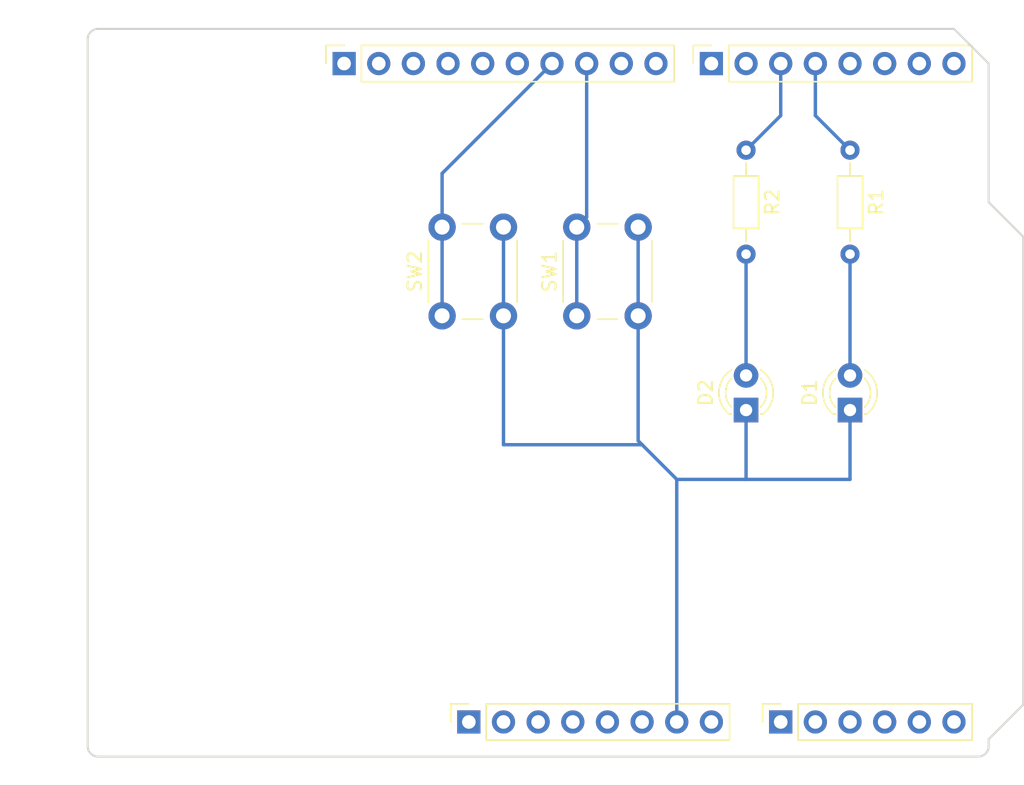
<source format=kicad_pcb>
(kicad_pcb (version 20221018) (generator pcbnew)
  (title_block (date "mar. 31 mars 2015"))
  (layers (0 "F.Cu" signal) (31 "B.Cu" signal) (34 "B.Paste" user) (35 "F.Paste" user) (36 "B.SilkS" user "B.Silkscreen") (37 "F.SilkS" user "F.Silkscreen") (38 "B.Mask" user) (39 "F.Mask" user) (44 "Edge.Cuts" user))
  (net 0 "")
  (net 1 "GND")
  (net 3 "+5V")
  (net 4 "/IOREF")
  (net 5 "/A0")
  (net 6 "/A1")
  (net 7 "/A2")
  (net 8 "/A3")
  (net 9 "/SDA{slash}A4")
  (net 10 "/SCL{slash}A5")
  (net 11 "/13")
  (net 12 "/12")
  (net 13 "/AREF")
  (net 14 "/8")
  (net 15 "/7")
  (net 16 "/*11")
  (net 17 "/*10")
  (net 18 "/*9")
  (net 19 "/4")
  (net 20 "/2")
  (net 21 "/*6")
  (net 22 "/*5")
  (net 23 "/TX{slash}1")
  (net 24 "/*3")
  (net 25 "/RX{slash}0")
  (net 26 "+3V3")
  (net 27 "VCC")
  (net 28 "/~{RESET}")
  (net 29 "Net-(D1-A)")
  (net 30 "Net-(D2-A)")
  (footprint "Connector_PinSocket_2.54mm:PinSocket_1x08_P2.54mm_Vertical" (layer "F.Cu") (at 127.94 97.46 90)
    (fp_text reference "J1" hide)
    (fp_text value "Power")
    (fp_line (start -1.33 1.27) (end -1.33 19.11) (stroke (width 0.12)) (layer "F.SilkS"))
    (fp_line (start -1.33 1.27) (end 1.33 1.27) (stroke (width 0.12)) (layer "F.SilkS"))
    (fp_line (start -1.33 19.11) (end 1.33 19.11) (stroke (width 0.12)) (layer "F.SilkS"))
    (fp_line (start 0 -1.33) (end 1.33 -1.33) (stroke (width 0.12)) (layer "F.SilkS"))
    (fp_line (start 1.33 -1.33) (end 1.33 0) (stroke (width 0.12)) (layer "F.SilkS"))
    (fp_line (start 1.33 1.27) (end 1.33 19.11) (stroke (width 0.12)) (layer "F.SilkS"))
    (pad "1" thru_hole rect locked (at 0 0 90) (size 1.7 1.7) (drill 1) (layers "*.Cu" "*.Mask"))
    (pad "2" thru_hole oval locked (at 0 2.54 90) (size 1.7 1.7) (drill 1) (layers "*.Cu" "*.Mask") (net 4 "/IOREF"))
    (pad "3" thru_hole oval locked (at 0 5.08 90) (size 1.7 1.7) (drill 1) (layers "*.Cu" "*.Mask") (net 28 "/~{RESET}"))
    (pad "4" thru_hole oval locked (at 0 7.62 90) (size 1.7 1.7) (drill 1) (layers "*.Cu" "*.Mask") (net 26 "+3V3"))
    (pad "5" thru_hole oval locked (at 0 10.16 90) (size 1.7 1.7) (drill 1) (layers "*.Cu" "*.Mask") (net 3 "+5V"))
    (pad "6" thru_hole oval locked (at 0 12.7 90) (size 1.7 1.7) (drill 1) (layers "*.Cu" "*.Mask") (net 1 "GND"))
    (pad "7" thru_hole oval locked (at 0 15.24 90) (size 1.7 1.7) (drill 1) (layers "*.Cu" "*.Mask") (net 1 "GND"))
    (pad "8" thru_hole oval locked (at 0 17.78 90) (size 1.7 1.7) (drill 1) (layers "*.Cu" "*.Mask") (net 27 "VCC"))
  )
  (footprint "Connector_PinSocket_2.54mm:PinSocket_1x06_P2.54mm_Vertical" (layer "F.Cu") (at 150.8 97.46 90)
    (fp_text reference "J3" hide)
    (fp_text value "Analog")
    (fp_line (start -1.33 1.27) (end -1.33 14.03) (stroke (width 0.12)) (layer "F.SilkS"))
    (fp_line (start -1.33 1.27) (end 1.33 1.27) (stroke (width 0.12)) (layer "F.SilkS"))
    (fp_line (start -1.33 14.03) (end 1.33 14.03) (stroke (width 0.12)) (layer "F.SilkS"))
    (fp_line (start 0 -1.33) (end 1.33 -1.33) (stroke (width 0.12)) (layer "F.SilkS"))
    (fp_line (start 1.33 -1.33) (end 1.33 0) (stroke (width 0.12)) (layer "F.SilkS"))
    (fp_line (start 1.33 1.27) (end 1.33 14.03) (stroke (width 0.12)) (layer "F.SilkS"))
    (pad "1" thru_hole rect locked (at 0 0 90) (size 1.7 1.7) (drill 1) (layers "*.Cu" "*.Mask") (net 5 "/A0"))
    (pad "2" thru_hole oval locked (at 0 2.54 90) (size 1.7 1.7) (drill 1) (layers "*.Cu" "*.Mask") (net 6 "/A1"))
    (pad "3" thru_hole oval locked (at 0 5.08 90) (size 1.7 1.7) (drill 1) (layers "*.Cu" "*.Mask") (net 7 "/A2"))
    (pad "4" thru_hole oval locked (at 0 7.62 90) (size 1.7 1.7) (drill 1) (layers "*.Cu" "*.Mask") (net 8 "/A3"))
    (pad "5" thru_hole oval locked (at 0 10.16 90) (size 1.7 1.7) (drill 1) (layers "*.Cu" "*.Mask") (net 9 "/SDA{slash}A4"))
    (pad "6" thru_hole oval locked (at 0 12.7 90) (size 1.7 1.7) (drill 1) (layers "*.Cu" "*.Mask") (net 10 "/SCL{slash}A5"))
  )
  (footprint "Connector_PinSocket_2.54mm:PinSocket_1x10_P2.54mm_Vertical" (layer "F.Cu") (at 118.796 49.2 90)
    (fp_text reference "J2" hide)
    (fp_text value "Digital/PWM")
    (fp_line (start -1.33 1.27) (end -1.33 24.19) (stroke (width 0.12)) (layer "F.SilkS"))
    (fp_line (start -1.33 1.27) (end 1.33 1.27) (stroke (width 0.12)) (layer "F.SilkS"))
    (fp_line (start -1.33 24.19) (end 1.33 24.19) (stroke (width 0.12)) (layer "F.SilkS"))
    (fp_line (start 0 -1.33) (end 1.33 -1.33) (stroke (width 0.12)) (layer "F.SilkS"))
    (fp_line (start 1.33 -1.33) (end 1.33 0) (stroke (width 0.12)) (layer "F.SilkS"))
    (fp_line (start 1.33 1.27) (end 1.33 24.19) (stroke (width 0.12)) (layer "F.SilkS"))
    (pad "1" thru_hole rect locked (at 0 0 90) (size 1.7 1.7) (drill 1) (layers "*.Cu" "*.Mask") (net 10 "/SCL{slash}A5"))
    (pad "2" thru_hole oval locked (at 0 2.54 90) (size 1.7 1.7) (drill 1) (layers "*.Cu" "*.Mask") (net 9 "/SDA{slash}A4"))
    (pad "3" thru_hole oval locked (at 0 5.08 90) (size 1.7 1.7) (drill 1) (layers "*.Cu" "*.Mask") (net 13 "/AREF"))
    (pad "4" thru_hole oval locked (at 0 7.62 90) (size 1.7 1.7) (drill 1) (layers "*.Cu" "*.Mask") (net 1 "GND"))
    (pad "5" thru_hole oval locked (at 0 10.16 90) (size 1.7 1.7) (drill 1) (layers "*.Cu" "*.Mask") (net 11 "/13"))
    (pad "6" thru_hole oval locked (at 0 12.7 90) (size 1.7 1.7) (drill 1) (layers "*.Cu" "*.Mask") (net 12 "/12"))
    (pad "7" thru_hole oval locked (at 0 15.24 90) (size 1.7 1.7) (drill 1) (layers "*.Cu" "*.Mask") (net 16 "/*11"))
    (pad "8" thru_hole oval locked (at 0 17.78 90) (size 1.7 1.7) (drill 1) (layers "*.Cu" "*.Mask") (net 17 "/*10"))
    (pad "9" thru_hole oval locked (at 0 20.32 90) (size 1.7 1.7) (drill 1) (layers "*.Cu" "*.Mask") (net 18 "/*9"))
    (pad "10" thru_hole oval locked (at 0 22.86 90) (size 1.7 1.7) (drill 1) (layers "*.Cu" "*.Mask") (net 14 "/8"))
  )
  (footprint "Connector_PinSocket_2.54mm:PinSocket_1x08_P2.54mm_Vertical" (layer "F.Cu") (at 145.72 49.2 90)
    (fp_text reference "J4" hide)
    (fp_text value "Digital/PWM")
    (fp_line (start -1.33 1.27) (end -1.33 19.11) (stroke (width 0.12)) (layer "F.SilkS"))
    (fp_line (start -1.33 1.27) (end 1.33 1.27) (stroke (width 0.12)) (layer "F.SilkS"))
    (fp_line (start -1.33 19.11) (end 1.33 19.11) (stroke (width 0.12)) (layer "F.SilkS"))
    (fp_line (start 0 -1.33) (end 1.33 -1.33) (stroke (width 0.12)) (layer "F.SilkS"))
    (fp_line (start 1.33 -1.33) (end 1.33 0) (stroke (width 0.12)) (layer "F.SilkS"))
    (fp_line (start 1.33 1.27) (end 1.33 19.11) (stroke (width 0.12)) (layer "F.SilkS"))
    (pad "1" thru_hole rect locked (at 0 0 90) (size 1.7 1.7) (drill 1) (layers "*.Cu" "*.Mask") (net 15 "/7"))
    (pad "2" thru_hole oval locked (at 0 2.54 90) (size 1.7 1.7) (drill 1) (layers "*.Cu" "*.Mask") (net 21 "/*6"))
    (pad "3" thru_hole oval locked (at 0 5.08 90) (size 1.7 1.7) (drill 1) (layers "*.Cu" "*.Mask") (net 22 "/*5"))
    (pad "4" thru_hole oval locked (at 0 7.62 90) (size 1.7 1.7) (drill 1) (layers "*.Cu" "*.Mask") (net 19 "/4"))
    (pad "5" thru_hole oval locked (at 0 10.16 90) (size 1.7 1.7) (drill 1) (layers "*.Cu" "*.Mask") (net 24 "/*3"))
    (pad "6" thru_hole oval locked (at 0 12.7 90) (size 1.7 1.7) (drill 1) (layers "*.Cu" "*.Mask") (net 20 "/2"))
    (pad "7" thru_hole oval locked (at 0 15.24 90) (size 1.7 1.7) (drill 1) (layers "*.Cu" "*.Mask") (net 23 "/TX{slash}1"))
    (pad "8" thru_hole oval locked (at 0 17.78 90) (size 1.7 1.7) (drill 1) (layers "*.Cu" "*.Mask") (net 25 "/RX{slash}0"))
  )
  (footprint "LED_THT:LED_D3.0mm" (layer "F.Cu") (at 148.26 74.6 90)
    (fp_text reference "D2" (at 1.27 -2.96 90) (layer "F.SilkS"))
    (fp_text value "LED")
    (fp_line (start -0.29 -1.236) (end -0.29 -1.08) (stroke (width 0.12)) (layer "F.SilkS"))
    (fp_line (start -0.29 1.08) (end -0.29 1.236) (stroke (width 0.12)) (layer "F.SilkS"))
    (fp_arc (start -0.29 -1.235516) (mid 1.366487 -1.987659) (end 2.942335 -1.078608) (stroke (width 0.12)) (layer "F.SilkS"))
    (fp_arc (start 0.229039 -1.08) (mid 1.270117 -1.5) (end 2.31113 -1.079837) (stroke (width 0.12)) (layer "F.SilkS"))
    (fp_arc (start 2.31113 1.079837) (mid 1.270117 1.5) (end 0.229039 1.08) (stroke (width 0.12)) (layer "F.SilkS"))
    (fp_arc (start 2.942335 1.078608) (mid 1.366487 1.987659) (end -0.29 1.235516) (stroke (width 0.12)) (layer "F.SilkS"))
    (pad "1" thru_hole rect (at 0 0 90) (size 1.8 1.8) (drill 0.9) (layers "*.Cu" "*.Mask") (net 1 "GND"))
    (pad "2" thru_hole circle (at 2.54 0 90) (size 1.8 1.8) (drill 0.9) (layers "*.Cu" "*.Mask") (net 30 "Net-(D2-A)"))
  )
  (footprint "Resistor_THT:R_Axial_DIN0204_L3.6mm_D1.6mm_P7.62mm_Horizontal" (layer "F.Cu") (at 148.26 55.55 -90)
    (fp_text reference "R2" (at 3.81 -1.92 90) (layer "F.SilkS"))
    (fp_text value "R")
    (fp_line (start 0.94 0) (end 1.89 0) (stroke (width 0.12)) (layer "F.SilkS"))
    (fp_line (start 1.89 -0.92) (end 1.89 0.92) (stroke (width 0.12)) (layer "F.SilkS"))
    (fp_line (start 1.89 0.92) (end 5.73 0.92) (stroke (width 0.12)) (layer "F.SilkS"))
    (fp_line (start 5.73 -0.92) (end 1.89 -0.92) (stroke (width 0.12)) (layer "F.SilkS"))
    (fp_line (start 5.73 0.92) (end 5.73 -0.92) (stroke (width 0.12)) (layer "F.SilkS"))
    (fp_line (start 6.68 0) (end 5.73 0) (stroke (width 0.12)) (layer "F.SilkS"))
    (pad "1" thru_hole circle (at 0 0 270) (size 1.4 1.4) (drill 0.7) (layers "*.Cu" "*.Mask") (net 22 "/*5"))
    (pad "2" thru_hole oval (at 7.62 0 270) (size 1.4 1.4) (drill 0.7) (layers "*.Cu" "*.Mask") (net 30 "Net-(D2-A)"))
  )
  (footprint "Button_Switch_THT:SW_PUSH_6mm" (layer "F.Cu") (at 125.98 67.69 90)
    (fp_text reference "SW2" (at 3.25 -2 90) (layer "F.SilkS"))
    (fp_text value "SW_DIP_x01")
    (fp_line (start -0.25 1.5) (end -0.25 3) (stroke (width 0.12)) (layer "F.SilkS"))
    (fp_line (start 1 5.5) (end 5.5 5.5) (stroke (width 0.12)) (layer "F.SilkS"))
    (fp_line (start 5.5 -1) (end 1 -1) (stroke (width 0.12)) (layer "F.SilkS"))
    (fp_line (start 6.75 3) (end 6.75 1.5) (stroke (width 0.12)) (layer "F.SilkS"))
    (pad "1" thru_hole circle (at 0 0 180) (size 2 2) (drill 1.1) (layers "*.Cu" "*.Mask") (net 16 "/*11"))
    (pad "1" thru_hole circle (at 6.5 0 180) (size 2 2) (drill 1.1) (layers "*.Cu" "*.Mask") (net 16 "/*11"))
    (pad "2" thru_hole circle (at 0 4.5 180) (size 2 2) (drill 1.1) (layers "*.Cu" "*.Mask") (net 1 "GND"))
    (pad "2" thru_hole circle (at 6.5 4.5 180) (size 2 2) (drill 1.1) (layers "*.Cu" "*.Mask") (net 1 "GND"))
  )
  (footprint "Arduino_MountingHole:MountingHole_3.2mm" (layer "F.Cu") (at 115.24 49.2)
    (fp_text reference "MH1" hide)
    (fp_text value "MountingHole_3.2mm" hide)
    (pad "" np_thru_hole circle locked (at 0 0) (size 3.2 3.2) (drill 3.2) (layers "*.Cu" "*.Mask"))
  )
  (footprint "Button_Switch_THT:SW_PUSH_6mm" (layer "F.Cu") (at 135.85 67.69 90)
    (fp_text reference "SW1" (at 3.25 -2 90) (layer "F.SilkS"))
    (fp_text value "SW_DIP_x01")
    (fp_line (start -0.25 1.5) (end -0.25 3) (stroke (width 0.12)) (layer "F.SilkS"))
    (fp_line (start 1 5.5) (end 5.5 5.5) (stroke (width 0.12)) (layer "F.SilkS"))
    (fp_line (start 5.5 -1) (end 1 -1) (stroke (width 0.12)) (layer "F.SilkS"))
    (fp_line (start 6.75 3) (end 6.75 1.5) (stroke (width 0.12)) (layer "F.SilkS"))
    (pad "1" thru_hole circle (at 0 0 180) (size 2 2) (drill 1.1) (layers "*.Cu" "*.Mask") (net 17 "/*10"))
    (pad "1" thru_hole circle (at 6.5 0 180) (size 2 2) (drill 1.1) (layers "*.Cu" "*.Mask") (net 17 "/*10"))
    (pad "2" thru_hole circle (at 0 4.5 180) (size 2 2) (drill 1.1) (layers "*.Cu" "*.Mask") (net 1 "GND"))
    (pad "2" thru_hole circle (at 6.5 4.5 180) (size 2 2) (drill 1.1) (layers "*.Cu" "*.Mask") (net 1 "GND"))
  )
  (footprint "Arduino_MountingHole:MountingHole_3.2mm" (layer "F.Cu") (at 113.97 97.46)
    (fp_text reference "MH2" hide)
    (fp_text value "MountingHole_3.2mm" hide)
    (pad "" np_thru_hole circle locked (at 0 0) (size 3.2 3.2) (drill 3.2) (layers "*.Cu" "*.Mask"))
  )
  (footprint "Resistor_THT:R_Axial_DIN0204_L3.6mm_D1.6mm_P7.62mm_Horizontal" (layer "F.Cu") (at 155.88 55.55 -90)
    (fp_text reference "R1" (at 3.81 -1.92 90) (layer "F.SilkS"))
    (fp_text value "R")
    (fp_line (start 0.94 0) (end 1.89 0) (stroke (width 0.12)) (layer "F.SilkS"))
    (fp_line (start 1.89 -0.92) (end 1.89 0.92) (stroke (width 0.12)) (layer "F.SilkS"))
    (fp_line (start 1.89 0.92) (end 5.73 0.92) (stroke (width 0.12)) (layer "F.SilkS"))
    (fp_line (start 5.73 -0.92) (end 1.89 -0.92) (stroke (width 0.12)) (layer "F.SilkS"))
    (fp_line (start 5.73 0.92) (end 5.73 -0.92) (stroke (width 0.12)) (layer "F.SilkS"))
    (fp_line (start 6.68 0) (end 5.73 0) (stroke (width 0.12)) (layer "F.SilkS"))
    (pad "1" thru_hole circle (at 0 0 270) (size 1.4 1.4) (drill 0.7) (layers "*.Cu" "*.Mask") (net 19 "/4"))
    (pad "2" thru_hole oval (at 7.62 0 270) (size 1.4 1.4) (drill 0.7) (layers "*.Cu" "*.Mask") (net 29 "Net-(D1-A)"))
  )
  (footprint "LED_THT:LED_D3.0mm" (layer "F.Cu") (at 155.88 74.6 90)
    (fp_text reference "D1" (at 1.27 -2.96 90) (layer "F.SilkS"))
    (fp_text value "LED")
    (fp_line (start -0.29 -1.236) (end -0.29 -1.08) (stroke (width 0.12)) (layer "F.SilkS"))
    (fp_line (start -0.29 1.08) (end -0.29 1.236) (stroke (width 0.12)) (layer "F.SilkS"))
    (fp_arc (start -0.29 -1.235516) (mid 1.366487 -1.987659) (end 2.942335 -1.078608) (stroke (width 0.12)) (layer "F.SilkS"))
    (fp_arc (start 0.229039 -1.08) (mid 1.270117 -1.5) (end 2.31113 -1.079837) (stroke (width 0.12)) (layer "F.SilkS"))
    (fp_arc (start 2.31113 1.079837) (mid 1.270117 1.5) (end 0.229039 1.08) (stroke (width 0.12)) (layer "F.SilkS"))
    (fp_arc (start 2.942335 1.078608) (mid 1.366487 1.987659) (end -0.29 1.235516) (stroke (width 0.12)) (layer "F.SilkS"))
    (pad "1" thru_hole rect (at 0 0 90) (size 1.8 1.8) (drill 0.9) (layers "*.Cu" "*.Mask") (net 1 "GND"))
    (pad "2" thru_hole circle (at 2.54 0 90) (size 1.8 1.8) (drill 0.9) (layers "*.Cu" "*.Mask") (net 29 "Net-(D1-A)"))
  )
  (footprint "Arduino_MountingHole:MountingHole_3.2mm" (layer "F.Cu") (at 166.04 64.44)
    (fp_text reference "MH3" hide)
    (fp_text value "MountingHole_3.2mm" hide)
    (pad "" np_thru_hole circle locked (at 0 0) (size 3.2 3.2) (drill 3.2) (layers "*.Cu" "*.Mask"))
  )
  (footprint "Arduino_MountingHole:MountingHole_3.2mm" (layer "F.Cu") (at 166.04 92.38)
    (fp_text reference "MH4" hide)
    (fp_text value "MountingHole_3.2mm" hide)
    (pad "" np_thru_hole circle locked (at 0 0) (size 3.2 3.2) (drill 3.2) (layers "*.Cu" "*.Mask"))
  )
  (gr_line (start 166.04 59.36) (end 168.58 61.9) (stroke (width 0.15)) (layer "Edge.Cuts"))
  (gr_line (start 100 99.238) (end 100 47.422) (stroke (width 0.15)) (layer "Edge.Cuts"))
  (gr_line (start 168.58 61.9) (end 168.58 96.19) (stroke (width 0.15)) (layer "Edge.Cuts"))
  (gr_line (start 165.278 100) (end 100.762 100) (stroke (width 0.15)) (layer "Edge.Cuts"))
  (gr_line (start 100.762 46.66) (end 163.5 46.66) (stroke (width 0.15)) (layer "Edge.Cuts"))
  (gr_arc (start 100.762 100) (mid 100.223185 99.776815) (end 100 99.238) (stroke (width 0.15)) (layer "Edge.Cuts"))
  (gr_line (start 168.58 96.19) (end 166.04 98.73) (stroke (width 0.15)) (layer "Edge.Cuts"))
  (gr_line (start 163.5 46.66) (end 166.04 49.2) (stroke (width 0.15)) (layer "Edge.Cuts"))
  (gr_arc (start 166.04 99.238) (mid 165.816815 99.776815) (end 165.278 100) (stroke (width 0.15)) (layer "Edge.Cuts"))
  (gr_line (start 166.04 49.2) (end 166.04 59.36) (stroke (width 0.15)) (layer "Edge.Cuts"))
  (gr_line (start 166.04 98.73) (end 166.04 99.238) (stroke (width 0.15)) (layer "Edge.Cuts"))
  (gr_arc (start 100 47.422) (mid 100.223185 46.883185) (end 100.762 46.66) (stroke (width 0.15)) (layer "Edge.Cuts"))
  (segment (start 130.48 61.19) (end 130.48 67.69) (width 0.25) (layer "B.Cu") (net 1))
  (segment (start 140.35 76.85) (end 140.64 77.14) (width 0.25) (layer "B.Cu") (net 1))
  (segment (start 130.48 77.14) (end 140.64 77.14) (width 0.25) (layer "B.Cu") (net 1))
  (segment (start 148.26 79.68) (end 148.26 74.6) (width 0.25) (layer "B.Cu") (net 1))
  (segment (start 130.48 67.69) (end 130.48 77.14) (width 0.25) (layer "B.Cu") (net 1))
  (segment (start 155.88 79.68) (end 148.26 79.68) (width 0.25) (layer "B.Cu") (net 1))
  (segment (start 143.18 79.68) (end 143.18 97.46) (width 0.25) (layer "B.Cu") (net 1))
  (segment (start 140.35 67.69) (end 140.35 76.85) (width 0.25) (layer "B.Cu") (net 1))
  (segment (start 140.35 61.19) (end 140.35 67.69) (width 0.25) (layer "B.Cu") (net 1))
  (segment (start 140.64 77.14) (end 143.18 79.68) (width 0.25) (layer "B.Cu") (net 1))
  (segment (start 155.88 74.6) (end 155.88 79.68) (width 0.25) (layer "B.Cu") (net 1))
  (segment (start 148.26 79.68) (end 143.18 79.68) (width 0.25) (layer "B.Cu") (net 1))
  (segment (start 134.036 49.2) (end 125.98 57.256) (width 0.25) (layer "B.Cu") (net 16))
  (segment (start 125.98 57.256) (end 125.98 61.19) (width 0.25) (layer "B.Cu") (net 16))
  (segment (start 125.98 61.19) (end 125.98 67.69) (width 0.25) (layer "B.Cu") (net 16))
  (segment (start 135.85 61.19) (end 135.85 67.69) (width 0.25) (layer "B.Cu") (net 17))
  (segment (start 136.576 60.464) (end 135.85 61.19) (width 0.25) (layer "B.Cu") (net 17))
  (segment (start 136.576 49.2) (end 136.576 60.464) (width 0.25) (layer "B.Cu") (net 17))
  (segment (start 153.34 53.01) (end 155.88 55.55) (width 0.25) (layer "B.Cu") (net 19))
  (segment (start 153.34 49.2) (end 153.34 53.01) (width 0.25) (layer "B.Cu") (net 19))
  (segment (start 150.8 53.01) (end 148.26 55.55) (width 0.25) (layer "B.Cu") (net 22))
  (segment (start 150.8 49.2) (end 150.8 53.01) (width 0.25) (layer "B.Cu") (net 22))
  (segment (start 155.88 63.17) (end 155.88 72.06) (width 0.25) (layer "B.Cu") (net 29))
  (segment (start 148.26 63.17) (end 148.26 72.06) (width 0.25) (layer "B.Cu") (net 30))
)
</source>
